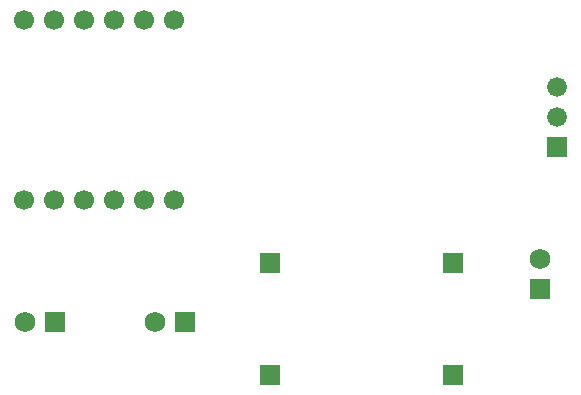
<source format=gbs>
G04 Layer: BottomSolderMaskLayer*
G04 EasyEDA v6.5.47, 2024-09-12 19:46:18*
G04 ae21a48fe1bb43629e3a85d37cf1f8ca,0207d7639cbd4ff9ba197a67aa53e6ca,10*
G04 Gerber Generator version 0.2*
G04 Scale: 100 percent, Rotated: No, Reflected: No *
G04 Dimensions in millimeters *
G04 leading zeros omitted , absolute positions ,4 integer and 5 decimal *
%FSLAX45Y45*%
%MOMM*%

%AMMACRO1*4,1,8,-0.8085,-0.8382,-0.8382,-0.8082,-0.8382,0.8085,-0.8085,0.8382,0.8082,0.8382,0.8382,0.8085,0.8382,-0.8082,0.8082,-0.8382,-0.8085,-0.8382,0*%
%AMMACRO2*4,1,8,-0.8042,-0.8636,-0.8636,-0.8039,-0.8636,0.8042,-0.8042,0.8636,0.8039,0.8636,0.8636,0.8042,0.8636,-0.8039,0.8039,-0.8636,-0.8042,-0.8636,0*%
%AMMACRO3*4,1,8,-0.8037,-0.8621,-0.8621,-0.8034,-0.8621,0.8037,-0.8037,0.8621,0.8034,0.8621,0.8621,0.8037,0.8621,-0.8034,0.8034,-0.8621,-0.8037,-0.8621,0*%
%ADD10C,1.6764*%
%ADD11MACRO1*%
%ADD12MACRO2*%
%ADD13C,1.7272*%
%ADD14C,1.7000*%
%ADD15MACRO3*%

%LPD*%
D10*
G01*
X5544820Y-1210055D03*
G01*
X5544820Y-1464055D03*
D11*
G01*
X5544820Y-1718056D03*
D12*
G01*
X1289557Y-3200146D03*
D13*
G01*
X1035557Y-3200145D03*
D12*
G01*
X2389631Y-3200146D03*
D13*
G01*
X2135631Y-3200145D03*
D12*
G01*
X5401564Y-2920238D03*
D13*
G01*
X5401563Y-2666237D03*
D14*
G01*
X2297556Y-2162047D03*
G01*
X2043556Y-2162047D03*
G01*
X1789556Y-2162047D03*
G01*
X1535556Y-2162047D03*
G01*
X1281556Y-2162047D03*
G01*
X1027556Y-2162047D03*
G01*
X2297556Y-638047D03*
G01*
X2043556Y-638047D03*
G01*
X1789607Y-637997D03*
G01*
X1535607Y-637997D03*
G01*
X1281556Y-638047D03*
G01*
X1027556Y-638047D03*
D15*
G01*
X4662551Y-3650056D03*
G01*
X4662551Y-2700045D03*
G01*
X3112541Y-3650056D03*
G01*
X3112541Y-2700045D03*
M02*

</source>
